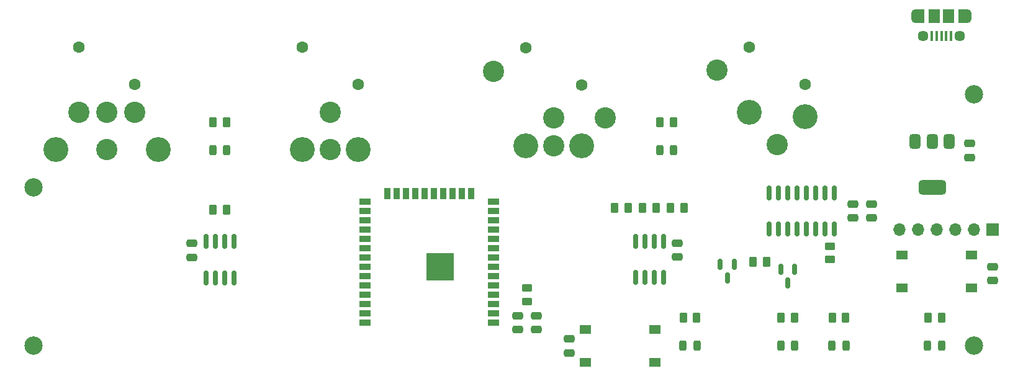
<source format=gts>
%TF.GenerationSoftware,KiCad,Pcbnew,8.0.3*%
%TF.CreationDate,2024-06-22T14:51:58+02:00*%
%TF.ProjectId,dmx-box-rounded,646d782d-626f-4782-9d72-6f756e646564,rev?*%
%TF.SameCoordinates,Original*%
%TF.FileFunction,Soldermask,Top*%
%TF.FilePolarity,Negative*%
%FSLAX46Y46*%
G04 Gerber Fmt 4.6, Leading zero omitted, Abs format (unit mm)*
G04 Created by KiCad (PCBNEW 8.0.3) date 2024-06-22 14:51:58*
%MOMM*%
%LPD*%
G01*
G04 APERTURE LIST*
G04 Aperture macros list*
%AMRoundRect*
0 Rectangle with rounded corners*
0 $1 Rounding radius*
0 $2 $3 $4 $5 $6 $7 $8 $9 X,Y pos of 4 corners*
0 Add a 4 corners polygon primitive as box body*
4,1,4,$2,$3,$4,$5,$6,$7,$8,$9,$2,$3,0*
0 Add four circle primitives for the rounded corners*
1,1,$1+$1,$2,$3*
1,1,$1+$1,$4,$5*
1,1,$1+$1,$6,$7*
1,1,$1+$1,$8,$9*
0 Add four rect primitives between the rounded corners*
20,1,$1+$1,$2,$3,$4,$5,0*
20,1,$1+$1,$4,$5,$6,$7,0*
20,1,$1+$1,$6,$7,$8,$9,0*
20,1,$1+$1,$8,$9,$2,$3,0*%
G04 Aperture macros list end*
%ADD10RoundRect,0.250000X0.475000X-0.250000X0.475000X0.250000X-0.475000X0.250000X-0.475000X-0.250000X0*%
%ADD11RoundRect,0.250000X-0.262500X-0.450000X0.262500X-0.450000X0.262500X0.450000X-0.262500X0.450000X0*%
%ADD12C,0.600000*%
%ADD13R,3.800000X3.800000*%
%ADD14R,1.500000X0.900000*%
%ADD15R,0.900000X1.500000*%
%ADD16C,2.900000*%
%ADD17C,3.400000*%
%ADD18C,1.600000*%
%ADD19RoundRect,0.250000X0.262500X0.450000X-0.262500X0.450000X-0.262500X-0.450000X0.262500X-0.450000X0*%
%ADD20RoundRect,0.375000X-0.375000X0.625000X-0.375000X-0.625000X0.375000X-0.625000X0.375000X0.625000X0*%
%ADD21RoundRect,0.500000X-1.400000X0.500000X-1.400000X-0.500000X1.400000X-0.500000X1.400000X0.500000X0*%
%ADD22O,1.700000X1.700000*%
%ADD23R,1.700000X1.700000*%
%ADD24RoundRect,0.250000X0.450000X-0.262500X0.450000X0.262500X-0.450000X0.262500X-0.450000X-0.262500X0*%
%ADD25RoundRect,0.243750X-0.243750X-0.456250X0.243750X-0.456250X0.243750X0.456250X-0.243750X0.456250X0*%
%ADD26RoundRect,0.243750X0.243750X0.456250X-0.243750X0.456250X-0.243750X-0.456250X0.243750X-0.456250X0*%
%ADD27R,1.550000X1.300000*%
%ADD28RoundRect,0.150000X-0.150000X0.587500X-0.150000X-0.587500X0.150000X-0.587500X0.150000X0.587500X0*%
%ADD29C,2.500000*%
%ADD30RoundRect,0.250000X-0.475000X0.250000X-0.475000X-0.250000X0.475000X-0.250000X0.475000X0.250000X0*%
%ADD31O,1.200000X1.900000*%
%ADD32R,1.200000X1.900000*%
%ADD33C,1.450000*%
%ADD34R,1.500000X1.900000*%
%ADD35R,0.400000X1.350000*%
%ADD36RoundRect,0.150000X0.150000X-0.825000X0.150000X0.825000X-0.150000X0.825000X-0.150000X-0.825000X0*%
%ADD37RoundRect,0.150000X-0.150000X0.825000X-0.150000X-0.825000X0.150000X-0.825000X0.150000X0.825000X0*%
G04 APERTURE END LIST*
D10*
%TO.C,C5*%
X130988750Y-101540000D03*
X130988750Y-103440000D03*
%TD*%
D11*
%TO.C,R4*%
X128091250Y-96775000D03*
X126266250Y-96775000D03*
%TD*%
D12*
%TO.C,U3*%
X97255000Y-104130000D03*
X97255000Y-105530000D03*
X97955000Y-103430000D03*
X97955000Y-104830000D03*
X97955000Y-106230000D03*
X98655000Y-104130000D03*
D13*
X98655000Y-104830000D03*
D12*
X98655000Y-105530000D03*
X99355000Y-103430000D03*
X99355000Y-104830000D03*
X99355000Y-106230000D03*
X100055000Y-104130000D03*
X100055000Y-105530000D03*
D14*
X88405000Y-112395000D03*
X88405000Y-111125000D03*
X88405000Y-109855000D03*
X88405000Y-108585000D03*
X88405000Y-107315000D03*
X88405000Y-106045000D03*
X88405000Y-104775000D03*
X88405000Y-103505000D03*
X88405000Y-102235000D03*
X88405000Y-100965000D03*
X88405000Y-99695000D03*
X88405000Y-98425000D03*
X88405000Y-97155000D03*
X88405000Y-95885000D03*
D15*
X91440000Y-94790000D03*
X92710000Y-94790000D03*
X93980000Y-94790000D03*
X95250000Y-94790000D03*
X96520000Y-94790000D03*
X97790000Y-94790000D03*
X99060000Y-94790000D03*
X100330000Y-94790000D03*
X101600000Y-94790000D03*
X102870000Y-94790000D03*
D14*
X105905000Y-95885000D03*
X105905000Y-97155000D03*
X105905000Y-98425000D03*
X105905000Y-99695000D03*
X105905000Y-100965000D03*
X105905000Y-102235000D03*
X105905000Y-103505000D03*
X105905000Y-104775000D03*
X105905000Y-106045000D03*
X105905000Y-107315000D03*
X105905000Y-108585000D03*
X105905000Y-109855000D03*
X105905000Y-111125000D03*
X105905000Y-112395000D03*
%TD*%
D10*
%TO.C,C3*%
X111760000Y-111445000D03*
X111760000Y-113345000D03*
%TD*%
D16*
%TO.C,J3*%
X83670000Y-83675000D03*
X83670000Y-88755000D03*
D17*
X79860000Y-88755000D03*
X87480000Y-88755000D03*
D18*
X79860000Y-74785000D03*
X87480000Y-79865000D03*
%TD*%
D19*
%TO.C,R11*%
X131802500Y-111760000D03*
X133627500Y-111760000D03*
%TD*%
D16*
%TO.C,J2*%
X105900000Y-78100000D03*
D17*
X117960000Y-88270000D03*
D16*
X121130000Y-84455000D03*
X114150000Y-88270000D03*
X114150000Y-84455000D03*
D17*
X110340000Y-88270000D03*
D18*
X110340000Y-74930000D03*
X117960000Y-80010000D03*
%TD*%
D20*
%TO.C,U5*%
X163435000Y-87655000D03*
D21*
X165735000Y-93955000D03*
D20*
X165735000Y-87655000D03*
X168035000Y-87655000D03*
%TD*%
D22*
%TO.C,J6*%
X161290000Y-99695000D03*
X163830000Y-99695000D03*
X166370000Y-99695000D03*
X168910000Y-99695000D03*
X171450000Y-99695000D03*
D23*
X173990000Y-99695000D03*
%TD*%
D24*
%TO.C,R7*%
X151765000Y-101957500D03*
X151765000Y-103782500D03*
%TD*%
D25*
%TO.C,D2*%
X130477500Y-88900000D03*
X128602500Y-88900000D03*
%TD*%
D26*
%TO.C,D1*%
X165130000Y-115570000D03*
X167005000Y-115570000D03*
%TD*%
D25*
%TO.C,D4*%
X133652500Y-115570000D03*
X131777500Y-115570000D03*
%TD*%
D10*
%TO.C,C1*%
X109220000Y-111445000D03*
X109220000Y-113345000D03*
%TD*%
D27*
%TO.C,SW1*%
X127940000Y-117820000D03*
X118440000Y-117820000D03*
X127940000Y-113320000D03*
X118440000Y-113320000D03*
%TD*%
D10*
%TO.C,C9*%
X170815000Y-87950000D03*
X170815000Y-89850000D03*
%TD*%
D19*
%TO.C,R12*%
X152122500Y-111760000D03*
X153947500Y-111760000D03*
%TD*%
D28*
%TO.C,Q2*%
X146050000Y-106982500D03*
X145100000Y-105107500D03*
X147000000Y-105107500D03*
%TD*%
D27*
%TO.C,SW2*%
X161620000Y-103165000D03*
X171120000Y-103165000D03*
X161620000Y-107665000D03*
X171120000Y-107665000D03*
%TD*%
D11*
%TO.C,R6*%
X143152500Y-104140000D03*
X141327500Y-104140000D03*
%TD*%
D25*
%TO.C,D5*%
X153972500Y-115570000D03*
X152097500Y-115570000D03*
%TD*%
D16*
%TO.C,J4*%
X53190000Y-83675000D03*
D17*
X46210000Y-88755000D03*
D16*
X49380000Y-83675000D03*
X53190000Y-88755000D03*
X57000000Y-83675000D03*
D17*
X60170000Y-88755000D03*
D18*
X49380000Y-74785000D03*
X57000000Y-79865000D03*
%TD*%
D11*
%TO.C,R5*%
X69492500Y-96980000D03*
X67667500Y-96980000D03*
%TD*%
D29*
%TO.C,H4*%
X171450000Y-115570000D03*
%TD*%
D11*
%TO.C,R8*%
X167005000Y-111760000D03*
X165180000Y-111760000D03*
%TD*%
D30*
%TO.C,C7*%
X154940000Y-98105000D03*
X154940000Y-96205000D03*
%TD*%
D31*
%TO.C,J5*%
X163505000Y-70567000D03*
D32*
X164105000Y-70567000D03*
D33*
X164505000Y-73267000D03*
D34*
X166005000Y-70567000D03*
X168005000Y-70567000D03*
D33*
X169505000Y-73267000D03*
D32*
X169905000Y-70567000D03*
D31*
X170505000Y-70567000D03*
D35*
X165705000Y-73267000D03*
X166355000Y-73267000D03*
X167005000Y-73267000D03*
X167655000Y-73267000D03*
X168305000Y-73267000D03*
%TD*%
D25*
%TO.C,D3*%
X69517500Y-88900000D03*
X67642500Y-88900000D03*
%TD*%
D28*
%TO.C,Q1*%
X137795000Y-106347500D03*
X136845000Y-104472500D03*
X138745000Y-104472500D03*
%TD*%
D29*
%TO.C,H2*%
X171450000Y-81280000D03*
%TD*%
D11*
%TO.C,R2*%
X124281250Y-96775000D03*
X122456250Y-96775000D03*
%TD*%
%TO.C,R9*%
X130452500Y-85090000D03*
X128627500Y-85090000D03*
%TD*%
D29*
%TO.C,H1*%
X43180000Y-93980000D03*
%TD*%
D19*
%TO.C,R10*%
X67667500Y-85090000D03*
X69492500Y-85090000D03*
%TD*%
D30*
%TO.C,C8*%
X157480000Y-98105000D03*
X157480000Y-96205000D03*
%TD*%
D10*
%TO.C,C4*%
X173990000Y-104780000D03*
X173990000Y-106680000D03*
%TD*%
D29*
%TO.C,H3*%
X43180000Y-115570000D03*
%TD*%
D30*
%TO.C,C6*%
X64770000Y-103500000D03*
X64770000Y-101600000D03*
%TD*%
D36*
%TO.C,U1*%
X125273750Y-101285000D03*
X126543750Y-101285000D03*
X127813750Y-101285000D03*
X129083750Y-101285000D03*
X129083750Y-106235000D03*
X127813750Y-106235000D03*
X126543750Y-106235000D03*
X125273750Y-106235000D03*
%TD*%
D11*
%TO.C,R3*%
X131901250Y-96775000D03*
X130076250Y-96775000D03*
%TD*%
D16*
%TO.C,J1*%
X136380000Y-77955000D03*
X144630000Y-88125000D03*
D17*
X148440000Y-84310000D03*
X140820000Y-83675000D03*
D18*
X140820000Y-74785000D03*
X148440000Y-79865000D03*
%TD*%
D24*
%TO.C,R1*%
X110490000Y-107672500D03*
X110490000Y-109497500D03*
%TD*%
D11*
%TO.C,R13*%
X146962500Y-111760000D03*
X145137500Y-111760000D03*
%TD*%
D26*
%TO.C,D6*%
X145112500Y-115570000D03*
X146987500Y-115570000D03*
%TD*%
D36*
%TO.C,U2*%
X66675000Y-101345000D03*
X67945000Y-101345000D03*
X69215000Y-101345000D03*
X70485000Y-101345000D03*
X70485000Y-106295000D03*
X69215000Y-106295000D03*
X67945000Y-106295000D03*
X66675000Y-106295000D03*
%TD*%
D37*
%TO.C,U4*%
X152400000Y-99630000D03*
X151130000Y-99630000D03*
X149860000Y-99630000D03*
X148590000Y-99630000D03*
X147320000Y-99630000D03*
X146050000Y-99630000D03*
X144780000Y-99630000D03*
X143510000Y-99630000D03*
X143510000Y-94680000D03*
X144780000Y-94680000D03*
X146050000Y-94680000D03*
X147320000Y-94680000D03*
X148590000Y-94680000D03*
X149860000Y-94680000D03*
X151130000Y-94680000D03*
X152400000Y-94680000D03*
%TD*%
D10*
%TO.C,C2*%
X116205000Y-114620000D03*
X116205000Y-116520000D03*
%TD*%
M02*

</source>
